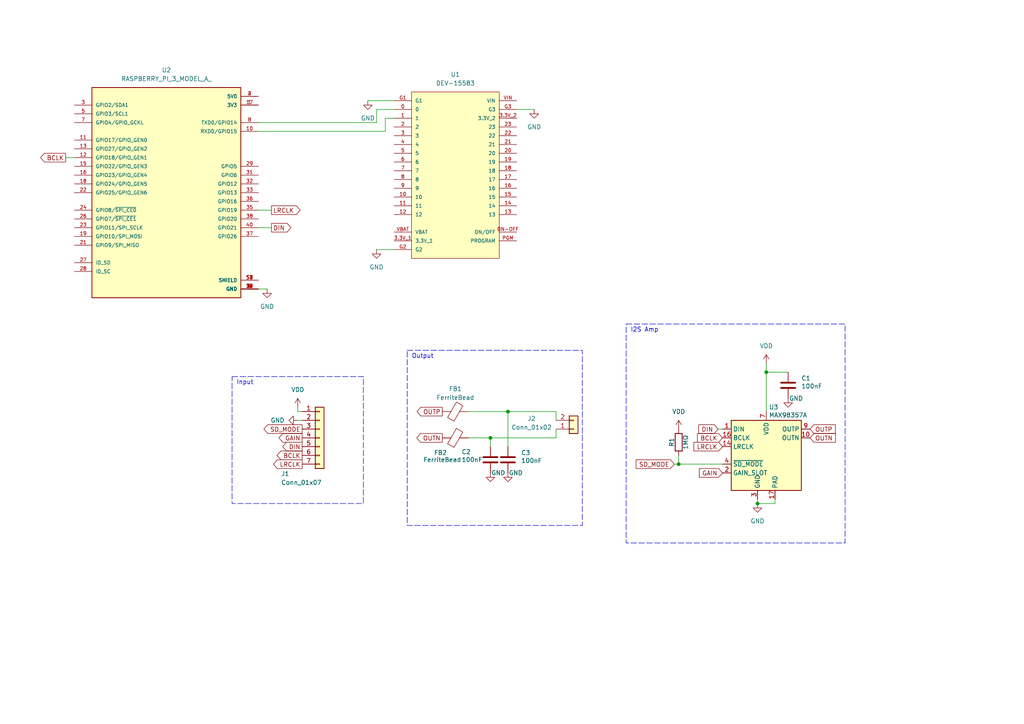
<source format=kicad_sch>
(kicad_sch (version 20250114) (generator "eeschema") (generator_version "9.0")
  (paper "A4")
  (lib_symbols
    (symbol "Audio:MAX98357A"
      (property "Reference" "U" (at -8.89 11.43 0))
      (property "Value" "MAX98357A" (at 10.16 11.43 0))
      (symbol "MAX98357A_1_1"
        (rectangle (start -10.16 10.16) (end 10.16 -10.16) (stroke (width 0.254)) (fill (type background)))
        (pin input line (at -12.7 7.62 0) (length 2.54) (name "DIN") (number "1"))
        (pin input line (at -12.7 5.08 0) (length 2.54) (name "BCLK") (number "16"))
        (pin input line (at -12.7 2.54 0) (length 2.54) (name "LRCLK") (number "14"))
        (pin input line (at -12.7 -2.54 0) (length 2.54) (name "~{SD_MODE}") (number "4"))
        (pin passive line (at -12.7 -5.08 0) (length 2.54) (name "GAIN_SLOT") (number "2"))
        (pin passive line (at -2.54 -12.7 90) (length 2.54) (hide yes) (name "GND") (number "11"))
        (pin passive line (at -2.54 -12.7 90) (length 2.54) (hide yes) (name "GND") (number "15"))
        (pin power_in line (at -2.54 -12.7 90) (length 2.54) (name "GND") (number "3"))
        (pin power_in line (at 0 12.7 270) (length 2.54) (name "VDD") (number "7"))
        (pin passive line (at 0 12.7 270) (length 2.54) (hide yes) (name "VDD") (number "8"))
        (pin unspecified line (at 2.54 -12.7 90) (length 2.54) (name "PAD") (number "17"))
        (pin no_connect line (at 10.16 2.54 180) (length 2.54) (hide yes) (name "NC") (number "5"))
        (pin no_connect line (at 10.16 0 180) (length 2.54) (hide yes) (name "NC") (number "6"))
        (pin no_connect line (at 10.16 -5.08 180) (length 2.54) (hide yes) (name "NC") (number "12"))
        (pin no_connect line (at 10.16 -7.62 180) (length 2.54) (hide yes) (name "NC") (number "13"))
        (pin output line (at 12.7 7.62 180) (length 2.54) (name "OUTP") (number "9"))
        (pin output line (at 12.7 5.08 180) (length 2.54) (name "OUTN") (number "10"))
      )
    )
    (symbol "Connector_Generic:Conn_01x02" (pin_names (offset 1.016) (hide yes))
      (property "Reference" "J" (at 0 2.54 0))
      (property "Value" "Conn_01x02" (at 0 -5.08 0))
      (symbol "Conn_01x02_1_1"
        (rectangle (start -1.27 1.27) (end 1.27 -3.81) (stroke (width 0.254)) (fill (type background)))
        (rectangle (start -1.27 0.127) (end 0 -0.127) (stroke (width 0.1524)))
        (rectangle (start -1.27 -2.413) (end 0 -2.667) (stroke (width 0.1524)))
        (pin passive line (at -5.08 0 0) (length 3.81) (name "Pin_1") (number "1"))
        (pin passive line (at -5.08 -2.54 0) (length 3.81) (name "Pin_2") (number "2"))
      )
    )
    (symbol "Connector_Generic:Conn_01x07" (pin_names (offset 1.016) (hide yes))
      (property "Reference" "J" (at 0 10.16 0))
      (property "Value" "Conn_01x07" (at 0 -10.16 0))
      (symbol "Conn_01x07_1_1"
        (rectangle (start -1.27 8.89) (end 1.27 -8.89) (stroke (width 0.254)) (fill (type background)))
        (rectangle (start -1.27 7.747) (end 0 7.493) (stroke (width 0.1524)))
        (rectangle (start -1.27 5.207) (end 0 4.953) (stroke (width 0.1524)))
        (rectangle (start -1.27 2.667) (end 0 2.413) (stroke (width 0.1524)))
        (rectangle (start -1.27 0.127) (end 0 -0.127) (stroke (width 0.1524)))
        (rectangle (start -1.27 -2.413) (end 0 -2.667) (stroke (width 0.1524)))
        (rectangle (start -1.27 -4.953) (end 0 -5.207) (stroke (width 0.1524)))
        (rectangle (start -1.27 -7.493) (end 0 -7.747) (stroke (width 0.1524)))
        (pin passive line (at -5.08 7.62 0) (length 3.81) (name "Pin_1") (number "1"))
        (pin passive line (at -5.08 5.08 0) (length 3.81) (name "Pin_2") (number "2"))
        (pin passive line (at -5.08 2.54 0) (length 3.81) (name "Pin_3") (number "3"))
        (pin passive line (at -5.08 0 0) (length 3.81) (name "Pin_4") (number "4"))
        (pin passive line (at -5.08 -2.54 0) (length 3.81) (name "Pin_5") (number "5"))
        (pin passive line (at -5.08 -5.08 0) (length 3.81) (name "Pin_6") (number "6"))
        (pin passive line (at -5.08 -7.62 0) (length 3.81) (name "Pin_7") (number "7"))
      )
    )
    (symbol "Device:C" (pin_numbers (hide yes)) (pin_names (offset 0.254))
      (property "Reference" "C" (at 0.635 2.54 0))
      (property "Value" "C" (at 0.635 -2.54 0))
      (symbol "C_0_1"
        (polyline (pts (xy -2.032 0.762) (xy 2.032 0.762)) (stroke (width 0.508)))
        (polyline (pts (xy -2.032 -0.762) (xy 2.032 -0.762)) (stroke (width 0.508)))
      )
      (symbol "C_1_1"
        (pin passive line (at 0 3.81 270) (length 2.794) (name "~") (number "1"))
        (pin passive line (at 0 -3.81 90) (length 2.794) (name "~") (number "2"))
      )
    )
    (symbol "Device:FerriteBead" (pin_numbers (hide yes)) (pin_names (offset 0))
      (property "Reference" "FB" (at -3.81 0.635 90))
      (property "Value" "FerriteBead" (at 3.81 0 90))
      (symbol "FerriteBead_0_1"
        (polyline (pts (xy -2.7686 0.4064) (xy -1.7018 2.2606) (xy 2.7686 -0.3048) (xy 1.6764 -2.159) (xy -2.7686 0.4064)))
        (polyline (pts (xy 0 1.27) (xy 0 1.2954)))
        (polyline (pts (xy 0 -1.27) (xy 0 -1.2192)))
      )
      (symbol "FerriteBead_1_1"
        (pin passive line (at 0 3.81 270) (length 2.54) (name "~") (number "1"))
        (pin passive line (at 0 -3.81 90) (length 2.54) (name "~") (number "2"))
      )
    )
    (symbol "Device:R" (pin_numbers (hide yes)) (pin_names (offset 0))
      (property "Reference" "R" (at 2.032 0 90))
      (property "Value" "R" (at 0 0 90))
      (symbol "R_0_1"
        (rectangle (start -1.016 -2.54) (end 1.016 2.54) (stroke (width 0.254)))
      )
      (symbol "R_1_1"
        (pin passive line (at 0 3.81 270) (length 1.27) (name "~") (number "1"))
        (pin passive line (at 0 -3.81 90) (length 1.27) (name "~") (number "2"))
      )
    )
    (symbol "RASPBERRY_PI_3_MODEL_A_:RASPBERRY_PI_3_MODEL_A_" (pin_names (offset 1.016))
      (property "Reference" "U" (at -22.86 27.94 0))
      (property "Value" "RASPBERRY_PI_3_MODEL_A_" (at -22.86 -37.465 0))
      (symbol "RASPBERRY_PI_3_MODEL_A__0_0"
        (rectangle (start -22.86 -35.56) (end 20.32 25.4) (stroke (width 0.254)) (fill (type background)))
        (pin bidirectional line (at -27.94 20.32 0) (length 5.08) (name "GPIO2/SDA1") (number "3"))
        (pin bidirectional line (at -27.94 17.78 0) (length 5.08) (name "GPIO3/SCL1") (number "5"))
        (pin bidirectional line (at -27.94 15.24 0) (length 5.08) (name "GPIO4/GPIO_GCKL") (number "7"))
        (pin bidirectional line (at -27.94 10.16 0) (length 5.08) (name "GPIO17/GPIO_GEN0") (number "11"))
        (pin bidirectional line (at -27.94 7.62 0) (length 5.08) (name "GPIO27/GPIO_GEN2") (number "13"))
        (pin bidirectional line (at -27.94 5.08 0) (length 5.08) (name "GPIO18/GPIO_GEN1") (number "12"))
        (pin bidirectional line (at -27.94 2.54 0) (length 5.08) (name "GPIO22/GPIO_GEN3") (number "15"))
        (pin bidirectional line (at -27.94 0 0) (length 5.08) (name "GPIO23/GPIO_GEN4") (number "16"))
        (pin bidirectional line (at -27.94 -2.54 0) (length 5.08) (name "GPIO24/GPIO_GEN5") (number "18"))
        (pin bidirectional line (at -27.94 -5.08 0) (length 5.08) (name "GPIO25/GPIO_GEN6") (number "22"))
        (pin bidirectional line (at -27.94 -10.16 0) (length 5.08) (name "GPIO8/~{SPI_CE0}") (number "24"))
        (pin bidirectional line (at -27.94 -12.7 0) (length 5.08) (name "GPIO7/~{SPI_CE1}") (number "26"))
        (pin bidirectional line (at -27.94 -15.24 0) (length 5.08) (name "GPIO11/SPI_SCLK") (number "23"))
        (pin bidirectional line (at -27.94 -17.78 0) (length 5.08) (name "GPIO10/SPI_MOSI") (number "19"))
        (pin bidirectional line (at -27.94 -20.32 0) (length 5.08) (name "GPIO9/SPI_MISO") (number "21"))
        (pin bidirectional line (at -27.94 -25.4 0) (length 5.08) (name "ID_SD") (number "27"))
        (pin bidirectional line (at -27.94 -27.94 0) (length 5.08) (name "ID_SC") (number "28"))
        (pin power_in line (at 25.4 22.86 180) (length 5.08) (name "5V0") (number "2"))
        (pin power_in line (at 25.4 22.86 180) (length 5.08) (name "5V0") (number "4"))
        (pin power_in line (at 25.4 20.32 180) (length 5.08) (name "3V3") (number "1"))
        (pin power_in line (at 25.4 20.32 180) (length 5.08) (name "3V3") (number "17"))
        (pin bidirectional line (at 25.4 15.24 180) (length 5.08) (name "TXD0/GPIO14") (number "8"))
        (pin bidirectional line (at 25.4 12.7 180) (length 5.08) (name "RXD0/GPIO15") (number "10"))
        (pin bidirectional line (at 25.4 2.54 180) (length 5.08) (name "GPIO5") (number "29"))
        (pin bidirectional line (at 25.4 0 180) (length 5.08) (name "GPIO6") (number "31"))
        (pin bidirectional line (at 25.4 -2.54 180) (length 5.08) (name "GPIO12") (number "32"))
        (pin bidirectional line (at 25.4 -5.08 180) (length 5.08) (name "GPIO13") (number "33"))
        (pin bidirectional line (at 25.4 -7.62 180) (length 5.08) (name "GPIO16") (number "36"))
        (pin bidirectional line (at 25.4 -10.16 180) (length 5.08) (name "GPIO19") (number "35"))
        (pin bidirectional line (at 25.4 -12.7 180) (length 5.08) (name "GPIO20") (number "38"))
        (pin bidirectional line (at 25.4 -15.24 180) (length 5.08) (name "GPIO21") (number "40"))
        (pin bidirectional line (at 25.4 -17.78 180) (length 5.08) (name "GPIO26") (number "37"))
        (pin power_in line (at 25.4 -30.48 180) (length 5.08) (name "SHIELD") (number "S1"))
        (pin power_in line (at 25.4 -30.48 180) (length 5.08) (name "SHIELD") (number "S2"))
        (pin power_in line (at 25.4 -30.48 180) (length 5.08) (name "SHIELD") (number "S3"))
        (pin power_in line (at 25.4 -30.48 180) (length 5.08) (name "SHIELD") (number "S4"))
        (pin power_in line (at 25.4 -33.02 180) (length 5.08) (name "GND") (number "14"))
        (pin power_in line (at 25.4 -33.02 180) (length 5.08) (name "GND") (number "20"))
        (pin power_in line (at 25.4 -33.02 180) (length 5.08) (name "GND") (number "25"))
        (pin power_in line (at 25.4 -33.02 180) (length 5.08) (name "GND") (number "30"))
        (pin power_in line (at 25.4 -33.02 180) (length 5.08) (name "GND") (number "34"))
        (pin power_in line (at 25.4 -33.02 180) (length 5.08) (name "GND") (number "39"))
        (pin power_in line (at 25.4 -33.02 180) (length 5.08) (name "GND") (number "6"))
        (pin power_in line (at 25.4 -33.02 180) (length 5.08) (name "GND") (number "9"))
      )
    )
    (symbol "power:GND" (power) (pin_numbers (hide yes)) (pin_names (offset 0) (hide yes))
      (property "Value" "GND" (at 0 -3.81 0))
      (symbol "GND_0_1"
        (polyline (pts (xy 0 0) (xy 0 -1.27) (xy 1.27 -1.27) (xy 0 -2.54) (xy -1.27 -1.27) (xy 0 -1.27)))
      )
      (symbol "GND_1_1"
        (pin power_in line (at 0 0 270) (length 0) (name "~") (number "1"))
      )
    )
    (symbol "power:VDD" (power) (pin_numbers (hide yes)) (pin_names (offset 0) (hide yes))
      (property "Value" "VDD" (at 0 3.556 0))
      (symbol "VDD_0_1"
        (polyline (pts (xy -0.762 1.27) (xy 0 2.54)))
        (polyline (pts (xy 0 2.54) (xy 0.762 1.27)))
        (polyline (pts (xy 0 0) (xy 0 2.54)))
      )
      (symbol "VDD_1_1"
        (pin power_in line (at 0 0 90) (length 0) (name "~") (number "1"))
      )
    )
    (symbol "teensy_4_0:DEV-15583" (pin_names (offset 1.016))
      (property "Reference" "U" (at -12.7 23.622 0))
      (property "Value" "DEV-15583" (at -12.7 -27.94 0))
      (symbol "DEV-15583_0_0"
        (rectangle (start -12.7 -25.4) (end 12.7 22.86) (stroke (width 0.1524)) (fill (type background)))
        (pin power_in line (at -17.78 20.32 0) (length 5.08) (name "G1") (number "G1"))
        (pin bidirectional line (at -17.78 17.78 0) (length 5.08) (name "0") (number "0"))
        (pin bidirectional line (at -17.78 15.24 0) (length 5.08) (name "1") (number "1"))
        (pin bidirectional line (at -17.78 12.7 0) (length 5.08) (name "2") (number "2"))
        (pin bidirectional line (at -17.78 10.16 0) (length 5.08) (name "3") (number "3"))
        (pin bidirectional line (at -17.78 7.62 0) (length 5.08) (name "4") (number "4"))
        (pin bidirectional line (at -17.78 5.08 0) (length 5.08) (name "5") (number "5"))
        (pin bidirectional line (at -17.78 2.54 0) (length 5.08) (name "6") (number "6"))
        (pin bidirectional line (at -17.78 0 0) (length 5.08) (name "7") (number "7"))
        (pin bidirectional line (at -17.78 -2.54 0) (length 5.08) (name "8") (number "8"))
        (pin bidirectional line (at -17.78 -5.08 0) (length 5.08) (name "9") (number "9"))
        (pin bidirectional line (at -17.78 -7.62 0) (length 5.08) (name "10") (number "10"))
        (pin bidirectional line (at -17.78 -10.16 0) (length 5.08) (name "11") (number "11"))
        (pin bidirectional line (at -17.78 -12.7 0) (length 5.08) (name "12") (number "12"))
        (pin power_in line (at -17.78 -17.78 0) (length 5.08) (name "VBAT") (number "VBAT"))
        (pin power_in line (at -17.78 -20.32 0) (length 5.08) (name "3.3V_1") (number "3.3V_1"))
        (pin power_in line (at -17.78 -22.86 0) (length 5.08) (name "G2") (number "G2"))
        (pin power_in line (at 17.78 20.32 180) (length 5.08) (name "VIN") (number "VIN"))
        (pin power_in line (at 17.78 17.78 180) (length 5.08) (name "G3") (number "G3"))
        (pin power_in line (at 17.78 15.24 180) (length 5.08) (name "3.3V_2") (number "3.3V_2"))
        (pin bidirectional line (at 17.78 12.7 180) (length 5.08) (name "23") (number "23"))
        (pin bidirectional line (at 17.78 10.16 180) (length 5.08) (name "22") (number "22"))
        (pin bidirectional line (at 17.78 7.62 180) (length 5.08) (name "21") (number "21"))
        (pin bidirectional line (at 17.78 5.08 180) (length 5.08) (name "20") (number "20"))
        (pin bidirectional line (at 17.78 2.54 180) (length 5.08) (name "19") (number "19"))
        (pin bidirectional line (at 17.78 0 180) (length 5.08) (name "18") (number "18"))
        (pin bidirectional line (at 17.78 -2.54 180) (length 5.08) (name "17") (number "17"))
        (pin bidirectional line (at 17.78 -5.08 180) (length 5.08) (name "16") (number "16"))
        (pin bidirectional line (at 17.78 -7.62 180) (length 5.08) (name "15") (number "15"))
        (pin bidirectional line (at 17.78 -10.16 180) (length 5.08) (name "14") (number "14"))
        (pin bidirectional line (at 17.78 -12.7 180) (length 5.08) (name "13") (number "13"))
        (pin bidirectional line (at 17.78 -17.78 180) (length 5.08) (name "ON/OFF") (number "ON-OFF"))
        (pin bidirectional line (at 17.78 -20.32 180) (length 5.08) (name "PROGRAM") (number "PGM"))
      )
    )
  )
  (rectangle (start 67.31 109.22) (end 105.41 146.05) (stroke (width 0) (type dash)))
  (rectangle (start 181.61 93.98) (end 245.11 157.48) (stroke (width 0) (type dash)))
  (rectangle (start 118.11 101.6) (end 168.91 152.4) (stroke (width 0) (type dash)))
  (text "Input" (at 68.58 110.998 0) (effects (font (size 1.27 1.27)) (justify left)))
  (text "Output" (at 119.38 103.378 0) (effects (font (size 1.27 1.27)) (justify left)))
  (text "I2S Amp\n" (at 182.88 95.758 0) (effects (font (size 1.27 1.27)) (justify left)))
  (junction (at 196.85 134.62))
  (junction (at 222.25 107.95))
  (junction (at 142.24 127))
  (junction (at 219.71 146.05))
  (junction (at 147.32 119.38))
  (wire (pts (xy 74.93 60.96) (xy 78.74 60.96)))
  (wire (pts (xy 142.24 127) (xy 161.29 127)))
  (wire (pts (xy 222.25 105.41) (xy 222.25 107.95)))
  (wire (pts (xy 135.89 119.38) (xy 147.32 119.38)))
  (wire (pts (xy 196.85 132.08) (xy 196.85 134.62)))
  (wire (pts (xy 106.68 29.21) (xy 114.3 29.21)))
  (wire (pts (xy 147.32 119.38) (xy 147.32 129.54)))
  (wire (pts (xy 114.3 34.29) (xy 111.76 34.29)))
  (wire (pts (xy 147.32 119.38) (xy 161.29 119.38)))
  (wire (pts (xy 222.25 107.95) (xy 222.25 119.38)))
  (wire (pts (xy 208.28 124.46) (xy 209.55 124.46)))
  (wire (pts (xy 195.58 134.62) (xy 196.85 134.62)))
  (wire (pts (xy 19.05 45.72) (xy 21.59 45.72)))
  (wire (pts (xy 109.22 72.39) (xy 114.3 72.39)))
  (wire (pts (xy 224.79 146.05) (xy 219.71 146.05)))
  (wire (pts (xy 196.85 134.62) (xy 209.55 134.62)))
  (wire (pts (xy 74.93 66.04) (xy 78.74 66.04)))
  (wire (pts (xy 161.29 119.38) (xy 161.29 121.92)))
  (wire (pts (xy 77.47 83.82) (xy 74.93 83.82)))
  (wire (pts (xy 142.24 127) (xy 142.24 129.54)))
  (wire (pts (xy 111.76 34.29) (xy 111.76 38.1)))
  (wire (pts (xy 109.22 35.56) (xy 109.22 31.75)))
  (wire (pts (xy 86.36 119.38) (xy 87.63 119.38)))
  (wire (pts (xy 111.76 38.1) (xy 74.93 38.1)))
  (wire (pts (xy 109.22 31.75) (xy 114.3 31.75)))
  (wire (pts (xy 74.93 35.56) (xy 109.22 35.56)))
  (wire (pts (xy 219.71 146.05) (xy 219.71 144.78)))
  (wire (pts (xy 86.36 121.92) (xy 87.63 121.92)))
  (wire (pts (xy 224.79 144.78) (xy 224.79 146.05)))
  (wire (pts (xy 161.29 127) (xy 161.29 124.46)))
  (wire (pts (xy 135.89 127) (xy 142.24 127)))
  (wire (pts (xy 149.86 31.75) (xy 154.94 31.75)))
  (wire (pts (xy 222.25 107.95) (xy 228.6 107.95)))
  (wire (pts (xy 86.36 118.11) (xy 86.36 119.38)))
  (global_label "DIN" (shape output) (at 87.63 129.54 180) (property "Intersheetrefs" "${INTERSHEET_REFS}" (effects (hide yes))))
  (global_label "OUTP" (shape input) (at 234.95 124.46 0) (property "Intersheetrefs" "${INTERSHEET_REFS}" (effects (hide yes))))
  (global_label "GAIN" (shape output) (at 87.63 127 180) (property "Intersheetrefs" "${INTERSHEET_REFS}" (effects (hide yes))))
  (global_label "BCLK" (shape output) (at 19.05 45.72 180) (property "Intersheetrefs" "${INTERSHEET_REFS}" (effects (hide yes))))
  (global_label "LRCLK" (shape output) (at 78.74 60.96 0) (property "Intersheetrefs" "${INTERSHEET_REFS}" (effects (hide yes))))
  (global_label "DIN" (shape output) (at 78.74 66.04 0) (property "Intersheetrefs" "${INTERSHEET_REFS}" (effects (hide yes))))
  (global_label "OUTP" (shape output) (at 128.27 119.38 180) (property "Intersheetrefs" "${INTERSHEET_REFS}" (effects (hide yes))))
  (global_label "SD_MODE" (shape output) (at 87.63 124.46 180) (property "Intersheetrefs" "${INTERSHEET_REFS}" (effects (hide yes))))
  (global_label "DIN" (shape input) (at 208.28 124.46 180) (property "Intersheetrefs" "${INTERSHEET_REFS}" (effects (hide yes))))
  (global_label "SD_MODE" (shape input) (at 195.58 134.62 180) (property "Intersheetrefs" "${INTERSHEET_REFS}" (effects (hide yes))))
  (global_label "BCLK" (shape input) (at 209.55 127 180) (property "Intersheetrefs" "${INTERSHEET_REFS}" (effects (hide yes))))
  (global_label "GAIN" (shape input) (at 209.55 137.16 180) (property "Intersheetrefs" "${INTERSHEET_REFS}" (effects (hide yes))))
  (global_label "OUTN" (shape output) (at 128.27 127 180) (property "Intersheetrefs" "${INTERSHEET_REFS}" (effects (hide yes))))
  (global_label "LRCLK" (shape output) (at 87.63 134.62 180) (property "Intersheetrefs" "${INTERSHEET_REFS}" (effects (hide yes))))
  (global_label "OUTN" (shape input) (at 234.95 127 0) (property "Intersheetrefs" "${INTERSHEET_REFS}" (effects (hide yes))))
  (global_label "BCLK" (shape output) (at 87.63 132.08 180) (property "Intersheetrefs" "${INTERSHEET_REFS}" (effects (hide yes))))
  (global_label "LRCLK" (shape input) (at 209.55 129.54 180) (property "Intersheetrefs" "${INTERSHEET_REFS}" (effects (hide yes))))
  (symbol (lib_id "power:VDD") (at 196.85 124.46 0) (unit 1)
    (property "Reference" "#PWR05" (effects (hide yes)))
    (property "Value" "VDD" (at 196.85 119.38 0))
    (property "Description" "Power symbol creates a global label with name \"VDD\"" (effects (hide yes)))
  )
  (symbol (lib_id "Device:C") (at 228.6 111.76 0) (unit 1)
    (property "Reference" "C1" (at 232.41 109.728 0) (effects (justify left)))
    (property "Value" "100nF" (at 232.41 112.014 0) (effects (justify left)))
    (property "Footprint" "Capacitor_SMD:C_0603_1608Metric_Pad1.08x0.95mm_HandSolder" (effects (hide yes)))
    (property "Description" "Unpolarized capacitor" (effects (hide yes)))
  )
  (symbol (lib_id "Connector_Generic:Conn_01x07") (at 92.71 127 0) (unit 1)
    (property "Reference" "J1" (at 81.534 137.414 0) (effects (justify left)))
    (property "Value" "Conn_01x07" (at 81.534 139.954 0) (effects (justify left)))
    (property "Footprint" "Connector_JST:JST_SH_SM07B-SRSS-TB_1x07-1MP_P1.00mm_Horizontal" (effects (hide yes)))
    (property "Description" "Generic connector, single row, 01x07, script generated (kicad-library-utils/schlib/autogen/connector/)" (effects (hide yes)))
  )
  (symbol (lib_id "power:GND") (at 86.36 121.92 270) (unit 1)
    (property "Reference" "#PWR02" (effects (hide yes)))
    (property "Value" "GND" (at 82.55 121.9199 90) (effects (justify right)))
    (property "Description" "Power symbol creates a global label with name \"GND\" , ground" (effects (hide yes)))
  )
  (symbol (lib_id "power:VDD") (at 222.25 105.41 0) (unit 1)
    (property "Reference" "#PWR03" (effects (hide yes)))
    (property "Value" "VDD" (at 222.25 100.33 0))
    (property "Description" "Power symbol creates a global label with name \"VDD\"" (effects (hide yes)))
  )
  (symbol (lib_id "Device:C") (at 147.32 133.35 0) (unit 1)
    (property "Reference" "C3" (at 151.13 131.318 0) (effects (justify left)))
    (property "Value" "100nF" (at 151.13 133.604 0) (effects (justify left)))
    (property "Footprint" "Capacitor_SMD:C_0603_1608Metric_Pad1.08x0.95mm_HandSolder" (effects (hide yes)))
    (property "Description" "Unpolarized capacitor" (effects (hide yes)))
  )
  (symbol (lib_id "power:GND") (at 219.71 146.05 0) (unit 1)
    (property "Reference" "#PWR04" (effects (hide yes)))
    (property "Value" "GND" (at 219.71 151.13 0))
    (property "Description" "Power symbol creates a global label with name \"GND\" , ground" (effects (hide yes)))
  )
  (symbol (lib_id "Audio:MAX98357A") (at 222.25 132.08 0) (unit 1)
    (property "Reference" "U3" (at 223.012 118.11 0) (effects (justify left)))
    (property "Value" "MAX98357A" (at 223.012 120.396 0) (effects (justify left)))
    (property "Footprint" "Package_DFN_QFN:TQFN-16-1EP_3x3mm_P0.5mm_EP1.23x1.23mm" (effects (hide yes)))
    (property "Datasheet" "https://www.analog.com/media/en/technical-documentation/data-sheets/MAX98357A-MAX98357B.pdf" (effects (hide yes)))
    (property "Description" "Mono DAC with amplifier, I2S, PCM, TDM, 32-bit, 96khz, 3.2W, TQFP-16" (effects (hide yes)))
  )
  (symbol (lib_id "Connector_Generic:Conn_01x02") (at 166.37 124.46 0) (mirror x) (unit 1)
    (property "Reference" "J2" (at 154.178 121.412 0))
    (property "Value" "Conn_01x02" (at 154.178 123.952 0))
    (property "Footprint" "Connector_JST:JST_PH_S2B-PH-SM4-TB_1x02-1MP_P2.00mm_Horizontal" (effects (hide yes)))
    (property "Description" "Generic connector, single row, 01x02, script generated (kicad-library-utils/schlib/autogen/connector/)" (effects (hide yes)))
  )
  (symbol (lib_id "power:GND") (at 154.94 31.75 0) (unit 1)
    (property "Reference" "#PWR010" (effects (hide yes)))
    (property "Value" "GND" (at 154.94 36.83 0))
    (property "Description" "Power symbol creates a global label with name \"GND\" , ground" (effects (hide yes)))
  )
  (symbol (lib_id "Device:FerriteBead") (at 132.08 119.38 90) (unit 1)
    (property "Reference" "FB1" (at 132.08 112.776 90))
    (property "Value" "FerriteBead" (at 132.08 115.316 90))
    (property "Footprint" "Capacitor_SMD:C_0603_1608Metric_Pad1.08x0.95mm_HandSolder" (effects (hide yes)))
    (property "Description" "Ferrite bead" (effects (hide yes)))
  )
  (symbol (lib_id "power:GND") (at 147.32 137.16 0) (unit 1)
    (property "Reference" "#PWR09" (effects (hide yes)))
    (property "Value" "GND" (at 149.606 137.16 0))
    (property "Description" "Power symbol creates a global label with name \"GND\" , ground" (effects (hide yes)))
  )
  (symbol (lib_id "Device:FerriteBead") (at 132.08 127 90) (unit 1)
    (property "Reference" "FB2" (at 127.762 131.318 90))
    (property "Value" "FerriteBead" (at 128.27 133.35 90))
    (property "Footprint" "Capacitor_SMD:C_0603_1608Metric_Pad1.08x0.95mm_HandSolder" (effects (hide yes)))
    (property "Description" "Ferrite bead" (effects (hide yes)))
  )
  (symbol (lib_id "power:GND") (at 228.6 115.57 0) (unit 1)
    (property "Reference" "#PWR06" (effects (hide yes)))
    (property "Value" "GND" (at 230.886 115.57 0))
    (property "Description" "Power symbol creates a global label with name \"GND\" , ground" (effects (hide yes)))
  )
  (symbol (lib_id "Device:R") (at 196.85 128.27 180) (unit 1)
    (property "Reference" "R1" (at 194.818 128.27 90))
    (property "Value" "1MΩ" (at 198.882 128.27 90))
    (property "Footprint" "Resistor_SMD:R_0603_1608Metric_Pad0.98x0.95mm_HandSolder" (effects (hide yes)))
    (property "Description" "Resistor" (effects (hide yes)))
  )
  (symbol (lib_id "power:GND") (at 142.24 137.16 0) (unit 1)
    (property "Reference" "#PWR08" (effects (hide yes)))
    (property "Value" "GND" (at 144.526 137.16 0))
    (property "Description" "Power symbol creates a global label with name \"GND\" , ground" (effects (hide yes)))
  )
  (symbol (lib_id "power:GND") (at 77.47 83.82 0) (unit 1)
    (property "Reference" "#PWR07" (effects (hide yes)))
    (property "Value" "GND" (at 77.47 88.9 0))
    (property "Description" "Power symbol creates a global label with name \"GND\" , ground" (effects (hide yes)))
  )
  (symbol (lib_id "Device:C") (at 142.24 133.35 0) (unit 1)
    (property "Reference" "C2" (at 133.858 131.064 0) (effects (justify left)))
    (property "Value" "100nF" (at 133.858 133.35 0) (effects (justify left)))
    (property "Footprint" "Capacitor_SMD:C_0603_1608Metric_Pad1.08x0.95mm_HandSolder" (effects (hide yes)))
    (property "Description" "Unpolarized capacitor" (effects (hide yes)))
  )
  (symbol (lib_id "teensy_4_0:DEV-15583") (at 132.08 49.53 0) (unit 1)
    (property "Reference" "U1" (at 132.08 21.59 0))
    (property "Value" "DEV-15583" (at 132.08 24.13 0))
    (property "Footprint" "DEV-15583:MODULE_DEV-15583" (effects (hide yes)))
    (property "MF" "SparkFun Electronics" (effects (hide yes)))
    (property "MAXIMUM_PACKAGE_HEIGHT" "5.87mm" (effects (hide yes)))
    (property "Package" "None" (effects (hide yes)))
    (property "Price" "None" (effects (hide yes)))
    (property "Check_prices" "https://www.snapeda.com/parts/DEV-15583/SparkFun/view-part/?ref=eda" (effects (hide yes)))
    (property "STANDARD" "Manufacturer Recommendations" (effects (hide yes)))
    (property "SnapEDA_Link" "https://www.snapeda.com/parts/DEV-15583/SparkFun/view-part/?ref=snap" (effects (hide yes)))
    (property "MP" "DEV-15583" (effects (hide yes)))
    (property "Description_1" "RT1062 Teensy 4.0 series ARM® Cortex®-M7 MPU Embedded Evaluation Board" (effects (hide yes)))
    (property "Availability" "In Stock" (effects (hide yes)))
    (property "MANUFACTURER" "Sparkfun" (effects (hide yes)))
  )
  (symbol (lib_id "power:GND") (at 106.68 29.21 0) (unit 1)
    (property "Reference" "#PWR012" (effects (hide yes)))
    (property "Value" "GND" (at 106.68 34.29 0))
    (property "Description" "Power symbol creates a global label with name \"GND\" , ground" (effects (hide yes)))
  )
  (symbol (lib_id "RASPBERRY_PI_3_MODEL_A_:RASPBERRY_PI_3_MODEL_A_") (at 49.53 50.8 0) (unit 1)
    (property "Reference" "U2" (at 48.26 20.32 0))
    (property "Value" "RASPBERRY_PI_3_MODEL_A_" (at 48.26 22.86 0))
    (property "Footprint" "RASPBERRY_PI_3_MODEL_A_:MODULE_RASPBERRY_PI_3_MODEL_A_" (effects (hide yes)))
    (property "MF" "Raspberry Pi" (effects (hide yes)))
    (property "Description_1" "RASPBERRY PI 3 MODEL A+" (effects (hide yes)))
    (property "Package" "None" (effects (hide yes)))
    (property "Price" "None" (effects (hide yes)))
    (property "Check_prices" "https://www.snapeda.com/parts/RASPBERRY%20PI%203%20MODEL%20A+/Raspberry+Pi/view-part/?ref=eda" (effects (hide yes)))
    (property "MAXIMUM_PACKAGE_HIEGHT" "18mm" (effects (hide yes)))
    (property "STANDARD" "Manufacturer Recommendations" (effects (hide yes)))
    (property "PARTREV" "1.0" (effects (hide yes)))
    (property "SnapEDA_Link" "https://www.snapeda.com/parts/RASPBERRY%20PI%203%20MODEL%20A+/Raspberry+Pi/view-part/?ref=snap" (effects (hide yes)))
    (property "MP" "RASPBERRY PI 3 MODEL A+" (effects (hide yes)))
    (property "Availability" "Not in stock" (effects (hide yes)))
    (property "MANUFACTURER" "Raspberry Pi" (effects (hide yes)))
  )
  (symbol (lib_id "power:GND") (at 109.22 72.39 0) (unit 1)
    (property "Reference" "#PWR011" (effects (hide yes)))
    (property "Value" "GND" (at 109.22 77.47 0))
    (property "Description" "Power symbol creates a global label with name \"GND\" , ground" (effects (hide yes)))
  )
  (symbol (lib_id "power:VDD") (at 86.36 118.11 0) (unit 1)
    (property "Reference" "#PWR01" (effects (hide yes)))
    (property "Value" "VDD" (at 86.36 113.03 0))
    (property "Description" "Power symbol creates a global label with name \"VDD\"" (effects (hide yes)))
  )
)
</source>
